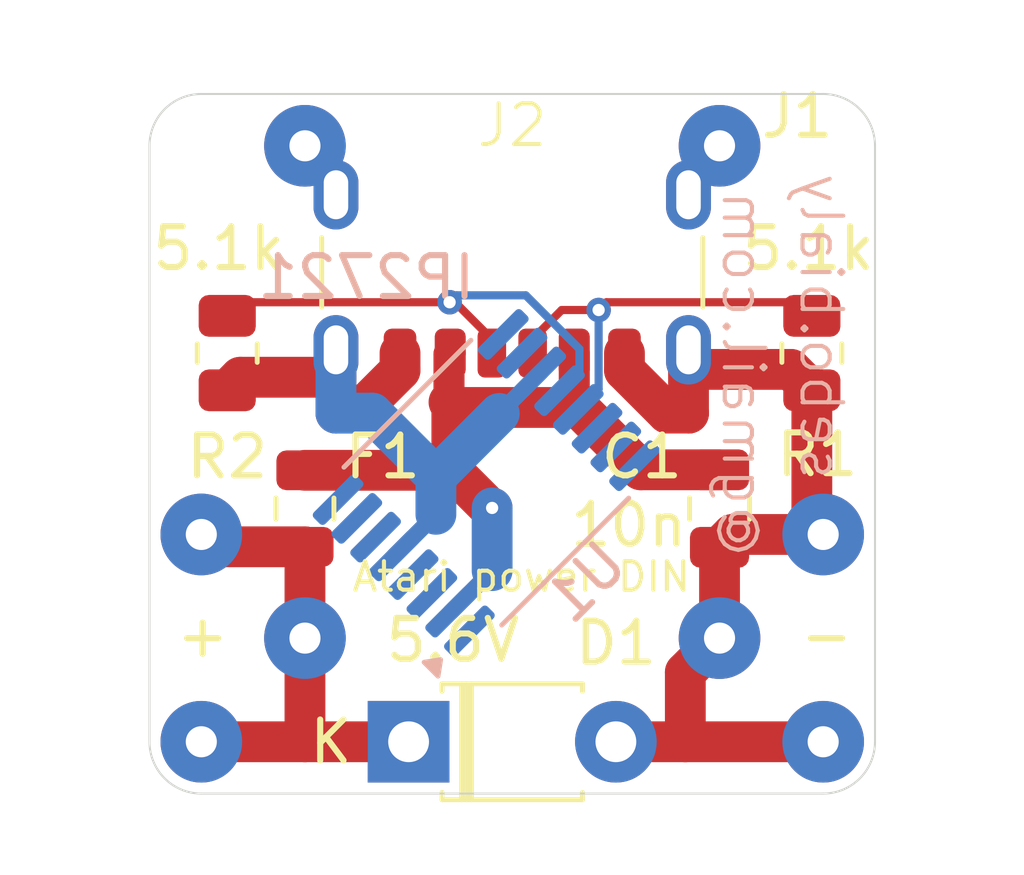
<source format=kicad_pcb>
(kicad_pcb (version 20240108) (generator "pcbnew") (generator_version "8.0")
  (layers (0 "F.Cu" signal) (31 "B.Cu" signal) (34 "B.Paste" user) (35 "F.Paste" user) (36 "B.SilkS" user "B.Silkscreen") (37 "F.SilkS" user "F.Silkscreen") (38 "B.Mask" user) (39 "F.Mask" user) (44 "Edge.Cuts" user))
  (net 0 "")
  (net 12 "Net-(J1-CC1)")
  (net 13 "GND")
  (net 14 "VCC")
  (net 15 "Net-(J1-CC2)")
  (net 16 "/5V")
  (footprint "Resistor_SMD:R_0805_2012Metric" (layer "F.Cu") (at 167.005 76.835 -90)
    (property "Reference" "R2" (at 2.539999 -0.000001 180) (layer "F.SilkS"))
    (property "Value" "5.1k")
    (fp_line (start -0.227064 0.735) (end 0.227064 0.735) (stroke (width 0.12)) (layer "F.SilkS"))
    (fp_line (start -0.227064 -0.735) (end 0.227064 -0.735) (stroke (width 0.12)) (layer "F.SilkS"))
    (pad "1" smd roundrect (at -0.9125 0 270) (size 1.025 1.4) (layers "F.Cu" "F.Paste" "F.Mask") (roundrect_rratio 0.243902439) (net 15 "Net-(J1-CC2)"))
    (pad "2" smd roundrect (at 0.9125 0 270) (size 1.025 1.4) (layers "F.Cu" "F.Paste" "F.Mask") (roundrect_rratio 0.243902439) (net 13 "GND"))
  )
  (footprint "Connector_USB:USB_C_Receptacle_GCT_USB4125-xx-x_6P_TopMnt_Horizontal" (layer "F.Cu") (at 173.99 73.755 180)
    (property "Reference" "J1" (at -6.985 2.725 0) (layer "F.SilkS"))
    (property "Value" "USB_C_Receptacle_PowerOnly_6P")
    (fp_line (start 4.67 -0.25) (end 4.67 -1.95) (stroke (width 0.12)) (layer "F.SilkS"))
    (fp_line (start -4.67 -0.25) (end -4.67 -1.95) (stroke (width 0.12)) (layer "F.SilkS"))
    (pad "A5" smd roundrect (at -0.5 -3.08 180) (size 0.7 1.2) (layers "F.Cu" "F.Paste" "F.Mask") (net 12 "Net-(J1-CC1)"))
    (pad "A9" smd roundrect (at 1.52 -3.08) (size 0.76 1.2) (layers "F.Cu" "F.Paste" "F.Mask") (net 14 "VCC"))
    (pad "A12" smd roundrect (at 2.75 -3.08) (size 0.8 1.2) (layers "F.Cu" "F.Paste" "F.Mask") (net 13 "GND"))
    (pad "B5" smd roundrect (at 0.5 -3.08) (size 0.7 1.2) (layers "F.Cu" "F.Paste" "F.Mask") (net 15 "Net-(J1-CC2)"))
    (pad "B9" smd roundrect (at -1.52 -3.08 180) (size 0.76 1.2) (layers "F.Cu" "F.Paste" "F.Mask") (net 14 "VCC"))
    (pad "B12" smd roundrect (at -2.75 -3.08 180) (size 0.8 1.2) (layers "F.Cu" "F.Paste" "F.Mask") (net 13 "GND"))
    (pad "S1" thru_hole oval (at -4.32 -3 180) (size 1.1 1.7) (drill oval 0.6 1.2) (layers "*.Cu" "*.Mask" "F.Paste") (net 13 "GND"))
    (pad "S1" thru_hole oval (at -4.32 0.8 180) (size 1.1 1.7) (drill oval 0.6 1.2) (layers "*.Cu" "*.Mask" "F.Paste") (net 13 "GND"))
    (pad "S1" thru_hole oval (at 4.32 -3 180) (size 1.1 1.7) (drill oval 0.6 1.2) (layers "*.Cu" "*.Mask" "F.Paste") (net 13 "GND"))
    (pad "S1" thru_hole oval (at 4.32 0.8 180) (size 1.1 1.7) (drill oval 0.6 1.2) (layers "*.Cu" "*.Mask" "F.Paste") (net 13 "GND"))
  )
  (footprint "Diode_THT:D_T-1_P5.08mm_Horizontal" (layer "F.Cu") (at 171.45 86.36)
    (property "Reference" "D1" (at 5.08 -2.42 0) (layer "F.SilkS"))
    (property "Value" "D_Zener")
    (fp_line (start 0.82 -1.42) (end 4.26 -1.42) (stroke (width 0.12)) (layer "F.SilkS"))
    (fp_line (start 0.82 -1.24) (end 0.82 -1.42) (stroke (width 0.12)) (layer "F.SilkS"))
    (fp_line (start 0.82 1.24) (end 0.82 1.42) (stroke (width 0.12)) (layer "F.SilkS"))
    (fp_line (start 0.82 1.42) (end 4.26 1.42) (stroke (width 0.12)) (layer "F.SilkS"))
    (fp_line (start 1.3 -1.42) (end 1.3 1.42) (stroke (width 0.12)) (layer "F.SilkS"))
    (fp_line (start 1.42 -1.42) (end 1.42 1.42) (stroke (width 0.12)) (layer "F.SilkS"))
    (fp_line (start 1.54 -1.42) (end 1.54 1.42) (stroke (width 0.12)) (layer "F.SilkS"))
    (fp_line (start 4.26 -1.42) (end 4.26 -1.24) (stroke (width 0.12)) (layer "F.SilkS"))
    (fp_line (start 4.26 1.42) (end 4.26 1.24) (stroke (width 0.12)) (layer "F.SilkS"))
    (fp_text user "K" (at -1.905 0 0) (layer "F.SilkS"))
    (pad "1" thru_hole rect (at 0 0) (size 2 2) (drill 1) (layers "*.Cu" "*.Mask") (net 16 "/5V"))
    (pad "2" thru_hole oval (at 5.08 0) (size 2 2) (drill 1) (layers "*.Cu" "*.Mask") (net 13 "GND"))
  )
  (footprint "Fuse:Fuse_0805_2012Metric" (layer "F.Cu") (at 168.91 80.645 -90)
    (property "Reference" "F1" (at -1.27 -1.905 180) (layer "F.SilkS"))
    (property "Value" "Fuse")
    (fp_line (start -0.258578 0.71) (end 0.258578 0.71) (stroke (width 0.12)) (layer "F.SilkS"))
    (fp_line (start -0.258578 -0.71) (end 0.258578 -0.71) (stroke (width 0.12)) (layer "F.SilkS"))
    (pad "1" smd roundrect (at -0.9375 0 270) (size 0.975 1.4) (layers "F.Cu" "F.Paste" "F.Mask") (net 14 "VCC"))
    (pad "2" smd roundrect (at 0.9375 0 270) (size 0.975 1.4) (layers "F.Cu" "F.Paste" "F.Mask") (net 16 "/5V"))
  )
  (footprint "Capacitor_SMD:C_0805_2012Metric" (layer "F.Cu") (at 179.07 80.645 -90)
    (property "Reference" "C1" (at -1.270001 1.904999 180) (layer "F.SilkS"))
    (property "Value" "10n")
    (fp_line (start -0.261252 0.735) (end 0.261252 0.735) (stroke (width 0.12)) (layer "F.SilkS"))
    (fp_line (start -0.261252 -0.735) (end 0.261252 -0.735) (stroke (width 0.12)) (layer "F.SilkS"))
    (pad "1" smd roundrect (at -0.95 0 270) (size 1 1.45) (layers "F.Cu" "F.Paste" "F.Mask") (net 14 "VCC"))
    (pad "2" smd roundrect (at 0.95 0 270) (size 1 1.45) (layers "F.Cu" "F.Paste" "F.Mask") (net 13 "GND"))
  )
  (footprint "Resistor_SMD:R_0805_2012Metric" (layer "F.Cu") (at 181.3325 76.835 -90)
    (property "Reference" "R1" (at 2.487002 -0.134886 180) (layer "F.SilkS"))
    (property "Value" "5.1k")
    (fp_line (start -0.227064 0.735) (end 0.227064 0.735) (stroke (width 0.12)) (layer "F.SilkS"))
    (fp_line (start -0.227064 -0.735) (end 0.227064 -0.735) (stroke (width 0.12)) (layer "F.SilkS"))
    (pad "1" smd roundrect (at -0.9125 0 270) (size 1.025 1.4) (layers "F.Cu" "F.Paste" "F.Mask") (roundrect_rratio 0.243902439) (net 12 "Net-(J1-CC1)"))
    (pad "2" smd roundrect (at 0.9125 0 270) (size 1.025 1.4) (layers "F.Cu" "F.Paste" "F.Mask") (roundrect_rratio 0.243902439) (net 13 "GND"))
  )
  (footprint "din_fake:din7_fake" (layer "F.Cu") (at 173.99 71.755)
    (property "Reference" "J2" (at 0 -0.5 0) (layer "F.SilkS") (effects (font (thickness 0.1))))
    (property "Value" "DIN-7")
    (pad "0" thru_hole circle (at -5.08 0) (size 2 2) (drill 0.762) (layers "*.Cu" "*.Mask"))
    (pad "0" thru_hole circle (at 5.08 0) (size 2 2) (drill 0.762) (layers "*.Cu" "*.Mask"))
    (pad "1" thru_hole circle (at -7.62 9.525) (size 2 2) (drill 0.762) (layers "*.Cu" "*.Mask") (net 16 "/5V"))
    (pad "3" thru_hole circle (at 7.62 9.525) (size 2 2) (drill 0.762) (layers "*.Cu" "*.Mask") (net 13 "GND"))
    (pad "4" thru_hole circle (at -5.08 12.065) (size 2 2) (drill 0.762) (layers "*.Cu" "*.Mask") (net 16 "/5V"))
    (pad "5" thru_hole circle (at 5.08 12.065) (size 2 2) (drill 0.762) (layers "*.Cu" "*.Mask") (net 13 "GND"))
    (pad "6" thru_hole circle (at -7.62 14.605) (size 2 2) (drill 0.762) (layers "*.Cu" "*.Mask") (net 16 "/5V"))
    (pad "7" thru_hole circle (at 7.62 14.605) (size 2 2) (drill 0.762) (layers "*.Cu" "*.Mask") (net 13 "GND"))
  )
  (footprint "Package_SO:TSSOP-16_4.4x5mm_P0.65mm" (layer "B.Cu") (at 173.355 80.01 45)
    (property "Reference" "U1" (at 0 3.449999 45) (layer "B.SilkS") (effects (justify mirror)))
    (property "Value" "IP2721")
    (fp_line (start -2.2 -2.735) (end 0 -2.735) (stroke (width 0.12)) (layer "B.SilkS"))
    (fp_line (start 2.2 -2.735) (end 0 -2.735) (stroke (width 0.12)) (layer "B.SilkS"))
    (fp_line (start -2.2 2.735) (end 0 2.735) (stroke (width 0.12)) (layer "B.SilkS"))
    (fp_line (start 2.2 2.735) (end 0 2.735) (stroke (width 0.12)) (layer "B.SilkS"))
    (fp_poly (pts (xy -3.86 2.275) (xy -4.19 2.515) (xy -4.19 2.035) (xy -3.86 2.275)) (stroke (width 0.12)) (fill solid) (layer "B.SilkS"))
    (pad "1" smd roundrect (at -2.8625 2.275 45) (size 1.475 0.4) (layers "B.Cu" "B.Paste" "B.Mask"))
    (pad "2" smd roundrect (at -2.8625 1.625 45) (size 1.475 0.4) (layers "B.Cu" "B.Paste" "B.Mask") (net 14 "VCC"))
    (pad "3" smd roundrect (at -2.8625 0.975 45) (size 1.475 0.4) (layers "B.Cu" "B.Paste" "B.Mask"))
    (pad "4" smd roundrect (at -2.8625 0.325 45) (size 1.475 0.4) (layers "B.Cu" "B.Paste" "B.Mask"))
    (pad "5" smd roundrect (at -2.8625 -0.325 45) (size 1.475 0.4) (layers "B.Cu" "B.Paste" "B.Mask") (net 13 "GND"))
    (pad "6" smd roundrect (at -2.8625 -0.975 45) (size 1.475 0.4) (layers "B.Cu" "B.Paste" "B.Mask"))
    (pad "7" smd roundrect (at -2.8625 -1.625 45) (size 1.475 0.4) (layers "B.Cu" "B.Paste" "B.Mask"))
    (pad "8" smd roundrect (at -2.8625 -2.275 45) (size 1.475 0.4) (layers "B.Cu" "B.Paste" "B.Mask"))
    (pad "9" smd roundrect (at 2.8625 -2.275 45) (size 1.475 0.4) (layers "B.Cu" "B.Paste" "B.Mask"))
    (pad "10" smd roundrect (at 2.8625 -1.625 45) (size 1.475 0.4) (layers "B.Cu" "B.Paste" "B.Mask"))
    (pad "11" smd roundrect (at 2.8625 -0.975 45) (size 1.475 0.4) (layers "B.Cu" "B.Paste" "B.Mask") (net 13 "GND"))
    (pad "12" smd roundrect (at 2.8625 -0.325 45) (size 1.475 0.4) (layers "B.Cu" "B.Paste" "B.Mask") (net 15 "Net-(J1-CC2)"))
    (pad "13" smd roundrect (at 2.8625 0.325 45) (size 1.475 0.4) (layers "B.Cu" "B.Paste" "B.Mask") (net 12 "Net-(J1-CC1)"))
    (pad "14" smd roundrect (at 2.8625 0.975 45) (size 1.475 0.4) (layers "B.Cu" "B.Paste" "B.Mask"))
    (pad "15" smd roundrect (at 2.8625 1.625 45) (size 1.475 0.4) (layers "B.Cu" "B.Paste" "B.Mask"))
    (pad "16" smd roundrect (at 2.8625 2.275 45) (size 1.475 0.4) (layers "B.Cu" "B.Paste" "B.Mask"))
  )
  (gr_arc (start 165.1 71.755) (mid 165.471974 70.856974) (end 166.37 70.485) (stroke (width 0.05)) (layer "Edge.Cuts"))
  (gr_arc (start 166.37 87.63) (mid 165.471974 87.258026) (end 165.1 86.36) (stroke (width 0.05)) (layer "Edge.Cuts"))
  (gr_line (start 166.37 70.485) (end 181.61 70.485) (stroke (width 0.05)) (layer "Edge.Cuts"))
  (gr_line (start 165.1 86.36) (end 165.1 71.755) (stroke (width 0.05)) (layer "Edge.Cuts"))
  (gr_arc (start 181.61 70.485) (mid 182.508026 70.856974) (end 182.88 71.755) (stroke (width 0.05)) (layer "Edge.Cuts"))
  (gr_line (start 182.88 71.755) (end 182.88 86.36) (stroke (width 0.05)) (layer "Edge.Cuts"))
  (gr_line (start 181.61 87.63) (end 166.37 87.63) (stroke (width 0.05)) (layer "Edge.Cuts"))
  (gr_arc (start 182.88 86.36) (mid 182.508026 87.258026) (end 181.61 87.63) (stroke (width 0.05)) (layer "Edge.Cuts"))
  (gr_text "@gmail.com" (at 179.07 81.915 270) (layer "B.SilkS") (effects (font (size 1 1) (thickness 0.1)) (justify left bottom mirror)))
  (gr_text "sebo.bialy" (at 180.975 80.01 270) (layer "B.SilkS") (effects (font (size 1 1) (thickness 0.1)) (justify left bottom mirror)))
  (gr_text "IP2721" (at 173.156696 75.565 0) (layer "B.SilkS") (effects (font (size 1 1)) (justify left bottom mirror)))
  (gr_text "5.6V" (at 170.815 84.455 0) (layer "F.SilkS") (effects (font (size 1 1)) (justify left bottom)))
  (gr_text "-\n" (at 180.975 84.332816 0) (layer "F.SilkS") (effects (font (size 1 1)) (justify left bottom)))
  (gr_text "Atari power DIN" (at 170.014007 82.724727 -0) (layer "F.SilkS") (effects (font (size 0.7 0.7) (thickness 0.1)) (justify left bottom)))
  (gr_text "5.1k" (at 179.552943 74.855612 0) (layer "F.SilkS") (effects (font (size 1 1)) (justify left bottom)))
  (gr_text "5.1k" (at 165.1 74.855612 0) (layer "F.SilkS") (effects (font (size 1 1)) (justify left bottom)))
  (gr_text "10n" (at 175.341135 81.633826 0) (layer "F.SilkS") (effects (font (size 1 1)) (justify left bottom)))
  (gr_text "+" (at 165.684511 84.332816 0) (layer "F.SilkS") (effects (font (size 1 1)) (justify left bottom)))
  (segment (start 180.9989 75.5889) (end 176.2978 75.5889) (width 0.2) (layer "F.Cu") (net 12))
  (segment (start 176.2978 75.5889) (end 176.107 75.7797) (width 0.2) (layer "F.Cu") (net 12))
  (segment (start 175.2009 75.7797) (end 176.107 75.7797) (width 0.2) (layer "F.Cu") (net 12))
  (segment (start 174.49 76.4906) (end 175.2009 75.7797) (width 0.2) (layer "F.Cu") (net 12))
  (segment (start 181.3325 75.9225) (end 180.9989 75.5889) (width 0.2) (layer "F.Cu") (net 12))
  (segment (start 174.49 76.835) (end 174.49 76.4906) (width 0.2) (layer "F.Cu") (net 12))
  (via (at 176.107 75.7797) (size 0.6) (drill 0.3) (layers "F.Cu" "B.Cu") (net 12))
  (segment (start 176.107 77.7176) (end 176.107 75.7797) (width 0.2) (layer "B.Cu") (net 12))
  (segment (start 175.6089 78.2157) (end 176.107 77.7176) (width 0.2) (layer "B.Cu") (net 12))
  (segment (start 169.67 77.427) (end 167.3255 77.427) (width 1) (layer "F.Cu") (net 13))
  (segment (start 176.74 77.2552) (end 176.74 76.835) (width 1) (layer "F.Cu") (net 13))
  (segment (start 167.3255 77.427) (end 167.005 77.7475) (width 1) (layer "F.Cu") (net 13))
  (segment (start 176.53 86.36) (end 178.2317 86.36) (width 1) (layer "F.Cu") (net 13))
  (segment (start 177.79 78.3052) (end 176.74 77.2552) (width 1) (layer "F.Cu") (net 13))
  (segment (start 181.61 81.28) (end 181.3325 81.28) (width 1) (layer "F.Cu") (net 13))
  (segment (start 181.3325 81.28) (end 179.385 81.28) (width 1) (layer "F.Cu") (net 13))
  (segment (start 178.31 78.3067) (end 178.3099 78.3067) (width 1) (layer "F.Cu") (net 13))
  (segment (start 178.31 76.755) (end 178.31 77.2344) (width 1) (layer "F.Cu") (net 13))
  (segment (start 178.31 77.2344) (end 180.8194 77.2344) (width 1) (layer "F.Cu") (net 13))
  (segment (start 171.24 76.835) (end 171.24 77.2552) (width 1) (layer "F.Cu") (net 13))
  (segment (start 179.07 81.595) (end 179.07 83.82) (width 1) (layer "F.Cu") (net 13))
  (segment (start 170.1885 78.3067) (end 169.67 78.3067) (width 1) (layer "F.Cu") (net 13))
  (segment (start 171.24 77.2552) (end 170.1885 78.3067) (width 1) (layer "F.Cu") (net 13))
  (segment (start 169.67 77.427) (end 169.67 78.3067) (width 1) (layer "F.Cu") (net 13))
  (segment (start 178.3084 78.3052) (end 177.79 78.3052) (width 1) (layer "F.Cu") (net 13))
  (segment (start 181.3325 81.28) (end 181.3325 77.7475) (width 1) (layer "F.Cu") (net 13))
  (segment (start 178.2317 86.36) (end 178.2317 84.6583) (width 1) (layer "F.Cu") (net 13))
  (segment (start 181.61 86.36) (end 178.2317 86.36) (width 1) (layer "F.Cu") (net 13))
  (segment (start 178.31 77.2344) (end 178.31 78.3067) (width 1) (layer "F.Cu") (net 13))
  (segment (start 178.2317 84.6583) (end 179.07 83.82) (width 1) (layer "F.Cu") (net 13))
  (segment (start 169.67 76.755) (end 169.67 77.427) (width 1) (layer "F.Cu") (net 13))
  (segment (start 180.8194 77.2344) (end 181.3325 77.7475) (width 1) (layer "F.Cu") (net 13))
  (segment (start 178.3099 78.3067) (end 178.3084 78.3052) (width 1) (layer "F.Cu") (net 13))
  (segment (start 179.385 81.28) (end 179.07 81.595) (width 1) (layer "F.Cu") (net 13))
  (segment (start 170.5589 78.3067) (end 172.1192 79.867) (width 1) (layer "B.Cu") (net 13))
  (segment (start 172.1192 80.7862) (end 172.1192 79.867) (width 1) (layer "B.Cu") (net 13))
  (segment (start 169.67 77.2817) (end 169.67 76.755) (width 1) (layer "B.Cu") (net 13))
  (segment (start 173.6716 78.3146) (end 174.6897 77.2965) (width 0.4006) (layer "B.Cu") (net 13))
  (segment (start 172.1192 80.7862) (end 171.1011 81.8043) (width 0.4006) (layer "B.Cu") (net 13))
  (segment (start 172.1192 79.867) (end 173.6716 78.3146) (width 1) (layer "B.Cu") (net 13))
  (segment (start 169.67 78.3067) (end 170.5589 78.3067) (width 1) (layer "B.Cu") (net 13))
  (segment (start 169.67 77.2817) (end 169.67 78.3067) (width 1) (layer "B.Cu") (net 13))
  (segment (start 172.4397 78.0366) (end 172.4397 76.8653) (width 0.7612) (layer "F.Cu") (net 14))
  (segment (start 175.51 78.0669) (end 177.1381 79.695) (width 1) (layer "F.Cu") (net 14))
  (segment (start 172.5095 79.7075) (end 168.91 79.7075) (width 1) (layer "F.Cu") (net 14))
  (segment (start 173.4318 80.6298) (end 173.4969 80.6298) (width 1) (layer "F.Cu") (net 14))
  (segment (start 177.1381 79.695) (end 179.07 79.695) (width 1) (layer "F.Cu") (net 14))
  (segment (start 172.5095 79.7075) (end 173.4318 80.6298) (width 1) (layer "F.Cu") (net 14))
  (segment (start 172.5706 78.1675) (end 172.4397 78.0366) (width 1) (layer "F.Cu") (net 14))
  (segment (start 175.51 78.0669) (end 175.51 76.835) (width 0.7612) (layer "F.Cu") (net 14))
  (segment (start 172.5095 78.2286) (end 172.5095 79.7075) (width 1) (layer "F.Cu") (net 14))
  (segment (start 175.4094 78.1675) (end 172.5706 78.1675) (width 1) (layer "F.Cu") (net 14))
  (segment (start 172.5706 78.1675) (end 172.5095 78.2286) (width 1) (layer "F.Cu") (net 14))
  (segment (start 172.4397 76.8653) (end 172.47 76.835) (width 0.7612) (layer "F.Cu") (net 14))
  (segment (start 175.51 78.0669) (end 175.4094 78.1675) (width 1) (layer "F.Cu") (net 14))
  (via (at 173.4969 80.6298) (size 0.6) (drill 0.3) (layers "F.Cu" "B.Cu") (net 14))
  (segment (start 173.4969 82.1662) (end 172.48 83.1831) (width 0.4006) (layer "B.Cu") (net 14))
  (segment (start 173.4969 82.1662) (end 173.4969 80.6298) (width 1) (layer "B.Cu") (net 14))
  (segment (start 167.3386 75.5889) (end 167.005 75.9225) (width 0.2) (layer "F.Cu") (net 15))
  (segment (start 172.5871 75.5889) (end 172.4552 75.5889) (width 0.2) (layer "F.Cu") (net 15))
  (segment (start 173.49 76.835) (end 173.49 76.4918) (width 0.2) (layer "F.Cu") (net 15))
  (segment (start 172.4552 75.5889) (end 167.3386 75.5889) (width 0.2) (layer "F.Cu") (net 15))
  (segment (start 173.49 76.4918) (end 172.5871 75.5889) (width 0.2) (layer "F.Cu") (net 15))
  (via (at 172.4552 75.5889) (size 0.6) (drill 0.3) (layers "F.Cu" "B.Cu") (net 15))
  (segment (start 172.6249 75.4192) (end 172.4552 75.5889) (width 0.2) (layer "B.Cu") (net 15))
  (segment (start 175.6361 76.7339) (end 174.3214 75.4192) (width 0.2) (layer "B.Cu") (net 15))
  (segment (start 175.6361 77.2693) (end 175.6361 76.7339) (width 0.2) (layer "B.Cu") (net 15))
  (segment (start 174.3214 75.4192) (end 172.6249 75.4192) (width 0.2) (layer "B.Cu") (net 15))
  (segment (start 175.1493 77.7561) (end 175.6361 77.2693) (width 0.2) (layer "B.Cu") (net 15))
  (segment (start 168.91 86.36) (end 168.91 83.82) (width 1) (layer "F.Cu") (net 16))
  (segment (start 166.6725 81.5825) (end 166.37 81.28) (width 1) (layer "F.Cu") (net 16))
  (segment (start 168.91 83.82) (end 168.91 81.5825) (width 1) (layer "F.Cu") (net 16))
  (segment (start 168.91 86.36) (end 166.37 86.36) (width 1) (layer "F.Cu") (net 16))
  (segment (start 168.91 81.5825) (end 166.6725 81.5825) (width 1) (layer "F.Cu") (net 16))
  (segment (start 170.5992 86.36) (end 168.91 86.36) (width 1) (layer "F.Cu") (net 16))
  (segment (start 171.45 86.36) (end 170.5992 86.36) (width 1) (layer "F.Cu") (net 16))
)
</source>
